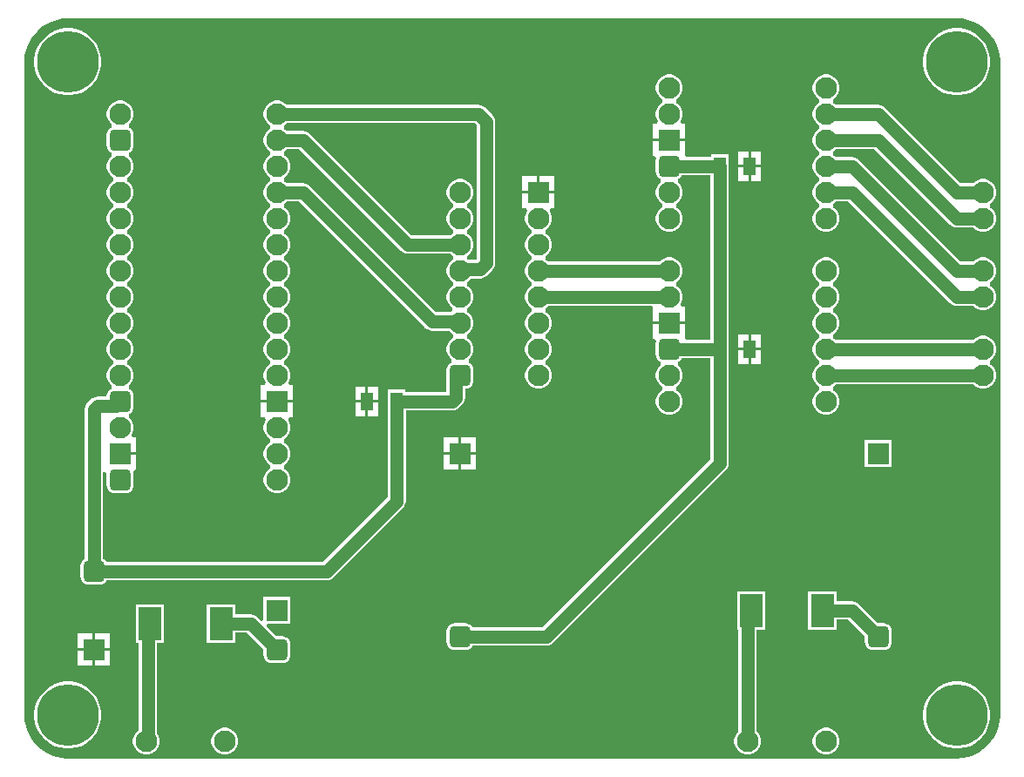
<source format=gbr>
G04*
G04 #@! TF.GenerationSoftware,Altium Limited,Altium Designer,25.3.3 (18)*
G04*
G04 Layer_Physical_Order=1*
G04 Layer_Color=255*
%FSLAX44Y44*%
%MOMM*%
G71*
G04*
G04 #@! TF.SameCoordinates,99CC6AD0-2A63-4927-AC08-F09ED2D19244*
G04*
G04*
G04 #@! TF.FilePolarity,Positive*
G04*
G01*
G75*
%ADD21R,2.2500X3.1800*%
%ADD22R,1.2000X1.8200*%
%ADD23C,1.2700*%
G04:AMPARAMS|DCode=24|XSize=2.1mm|YSize=2.1mm|CornerRadius=0.525mm|HoleSize=0mm|Usage=FLASHONLY|Rotation=180.000|XOffset=0mm|YOffset=0mm|HoleType=Round|Shape=RoundedRectangle|*
%AMROUNDEDRECTD24*
21,1,2.1000,1.0500,0,0,180.0*
21,1,1.0500,2.1000,0,0,180.0*
1,1,1.0500,-0.5250,0.5250*
1,1,1.0500,0.5250,0.5250*
1,1,1.0500,0.5250,-0.5250*
1,1,1.0500,-0.5250,-0.5250*
%
%ADD24ROUNDEDRECTD24*%
%ADD25R,2.1000X2.1000*%
%ADD26C,2.1000*%
%ADD27C,6.0000*%
%ADD28C,1.2700*%
G36*
X914400Y753386D02*
Y753386D01*
X916888Y753260D01*
X919911Y753062D01*
X925328Y751985D01*
X930558Y750209D01*
X935512Y747766D01*
X940104Y744698D01*
X944256Y741056D01*
X947898Y736904D01*
X950966Y732312D01*
X953409Y727358D01*
X955185Y722128D01*
X956262Y716711D01*
X956460Y713688D01*
X956586Y711200D01*
X956586Y708660D01*
X956586Y78740D01*
X956586Y76200D01*
X956460Y73712D01*
X956262Y70689D01*
X955185Y65272D01*
X953409Y60042D01*
X950966Y55088D01*
X947898Y50496D01*
X944256Y46344D01*
X940104Y42702D01*
X935512Y39634D01*
X930558Y37191D01*
X925328Y35415D01*
X919911Y34338D01*
X914588Y33989D01*
X914400Y34014D01*
X50800Y34014D01*
X50800Y34014D01*
Y34014D01*
X48312Y34140D01*
X45289Y34338D01*
X39872Y35415D01*
X34642Y37191D01*
X29688Y39633D01*
X25096Y42702D01*
X20944Y46343D01*
X17302Y50496D01*
X14233Y55088D01*
X11791Y60042D01*
X10015Y65272D01*
X8938Y70689D01*
X8740Y73712D01*
X8614Y76200D01*
X8614D01*
Y711200D01*
X8589Y711388D01*
X8938Y716711D01*
X10015Y722128D01*
X11791Y727358D01*
X14233Y732312D01*
X17302Y736904D01*
X20944Y741056D01*
X25096Y744698D01*
X29688Y747766D01*
X34642Y750209D01*
X39872Y751985D01*
X45289Y753062D01*
X48312Y753260D01*
X50800Y753386D01*
X53340Y753386D01*
X911860Y753386D01*
X914400Y753386D01*
D02*
G37*
%LPC*%
G36*
X916961Y743740D02*
X911839D01*
X906780Y742939D01*
X901909Y741356D01*
X897345Y739031D01*
X893202Y736020D01*
X889580Y732398D01*
X886569Y728255D01*
X884244Y723691D01*
X882661Y718820D01*
X881860Y713761D01*
Y708639D01*
X882661Y703580D01*
X884244Y698709D01*
X886569Y694145D01*
X889580Y690002D01*
X893202Y686380D01*
X897345Y683369D01*
X901909Y681044D01*
X906780Y679461D01*
X911839Y678660D01*
X916961D01*
X922020Y679461D01*
X926891Y681044D01*
X931455Y683369D01*
X935598Y686380D01*
X939220Y690002D01*
X942231Y694145D01*
X944556Y698709D01*
X946139Y703580D01*
X946940Y708639D01*
Y713761D01*
X946139Y718820D01*
X944556Y723691D01*
X942231Y728255D01*
X939220Y732398D01*
X935598Y736020D01*
X931455Y739031D01*
X926891Y741356D01*
X922020Y742939D01*
X916961Y743740D01*
D02*
G37*
G36*
X53361D02*
X48239D01*
X43180Y742939D01*
X38309Y741356D01*
X33745Y739031D01*
X29602Y736020D01*
X25980Y732398D01*
X22969Y728255D01*
X20644Y723691D01*
X19061Y718820D01*
X18260Y713761D01*
Y708639D01*
X19061Y703580D01*
X20644Y698709D01*
X22969Y694145D01*
X25980Y690002D01*
X29602Y686380D01*
X33745Y683369D01*
X38309Y681044D01*
X43180Y679461D01*
X48239Y678660D01*
X53361D01*
X58420Y679461D01*
X63291Y681044D01*
X67855Y683369D01*
X71998Y686380D01*
X75620Y690002D01*
X78631Y694145D01*
X80956Y698709D01*
X82539Y703580D01*
X83340Y708639D01*
Y713761D01*
X82539Y718820D01*
X80956Y723691D01*
X78631Y728255D01*
X75620Y732398D01*
X71998Y736020D01*
X67855Y739031D01*
X63291Y741356D01*
X58420Y742939D01*
X53361Y743740D01*
D02*
G37*
G36*
X636717Y698840D02*
X633283D01*
X629967Y697951D01*
X626993Y696235D01*
X624565Y693807D01*
X622849Y690833D01*
X621960Y687517D01*
Y684083D01*
X622849Y680767D01*
X624565Y677793D01*
X626993Y675365D01*
X628377Y674566D01*
Y671634D01*
X626993Y670835D01*
X624565Y668407D01*
X622849Y665433D01*
X621960Y662117D01*
Y658683D01*
X622849Y655367D01*
X624146Y653120D01*
X623074Y650580D01*
X619420D01*
Y636270D01*
X650580D01*
Y650580D01*
X646926D01*
X645854Y653120D01*
X647151Y655367D01*
X648040Y658683D01*
Y662117D01*
X647151Y665433D01*
X645435Y668407D01*
X643007Y670835D01*
X641623Y671634D01*
Y674566D01*
X643007Y675365D01*
X645435Y677793D01*
X647151Y680767D01*
X648040Y684083D01*
Y687517D01*
X647151Y690833D01*
X645435Y693807D01*
X643007Y696235D01*
X640033Y697951D01*
X636717Y698840D01*
D02*
G37*
G36*
X724180Y623780D02*
X714370D01*
Y610870D01*
X724180D01*
Y623780D01*
D02*
G37*
G36*
X711830D02*
X702020D01*
Y610870D01*
X711830D01*
Y623780D01*
D02*
G37*
G36*
X724180Y608330D02*
X714370D01*
Y595420D01*
X724180D01*
Y608330D01*
D02*
G37*
G36*
X711830D02*
X702020D01*
Y595420D01*
X711830D01*
Y608330D01*
D02*
G37*
G36*
X523580Y599780D02*
X509270D01*
Y585470D01*
X523580D01*
Y599780D01*
D02*
G37*
G36*
X506730D02*
X492420D01*
Y585470D01*
X506730D01*
Y599780D01*
D02*
G37*
G36*
X789117Y698840D02*
X785683D01*
X782367Y697951D01*
X779393Y696235D01*
X776965Y693807D01*
X775249Y690833D01*
X774360Y687517D01*
Y684083D01*
X775249Y680767D01*
X776965Y677793D01*
X779393Y675365D01*
X780777Y674566D01*
Y671634D01*
X779393Y670835D01*
X776965Y668407D01*
X775249Y665433D01*
X774360Y662117D01*
Y658683D01*
X775249Y655367D01*
X776965Y652393D01*
X779393Y649965D01*
X780777Y649166D01*
Y646234D01*
X779393Y645435D01*
X776965Y643007D01*
X775249Y640033D01*
X774360Y636717D01*
Y633283D01*
X775249Y629967D01*
X776965Y626993D01*
X779393Y624565D01*
X780777Y623767D01*
Y620834D01*
X779393Y620035D01*
X776965Y617607D01*
X775249Y614633D01*
X774360Y611317D01*
Y607883D01*
X775249Y604567D01*
X776965Y601593D01*
X779393Y599165D01*
X780777Y598367D01*
Y595434D01*
X779393Y594635D01*
X776965Y592207D01*
X775249Y589233D01*
X774360Y585917D01*
Y582483D01*
X775249Y579167D01*
X776965Y576193D01*
X779393Y573765D01*
X780777Y572966D01*
Y570033D01*
X779393Y569235D01*
X776965Y566807D01*
X775249Y563833D01*
X774360Y560517D01*
Y557083D01*
X775249Y553767D01*
X776965Y550793D01*
X779393Y548365D01*
X782367Y546649D01*
X785683Y545760D01*
X789117D01*
X792433Y546649D01*
X795407Y548365D01*
X797835Y550793D01*
X799551Y553767D01*
X800440Y557083D01*
Y560517D01*
X799551Y563833D01*
X797835Y566807D01*
X795407Y569235D01*
X794023Y570033D01*
Y572966D01*
X795407Y573765D01*
X796875Y575233D01*
X809086D01*
X908060Y476260D01*
X909917Y474835D01*
X912079Y473939D01*
X914400Y473633D01*
X930325D01*
X931793Y472165D01*
X934767Y470449D01*
X938083Y469560D01*
X941517D01*
X944833Y470449D01*
X947807Y472165D01*
X950235Y474593D01*
X951951Y477567D01*
X952840Y480883D01*
Y484317D01*
X951951Y487633D01*
X950235Y490607D01*
X947807Y493035D01*
X946423Y493834D01*
Y496767D01*
X947807Y497565D01*
X950235Y499993D01*
X951951Y502967D01*
X952840Y506283D01*
Y509717D01*
X951951Y513033D01*
X950235Y516007D01*
X947807Y518435D01*
X944833Y520151D01*
X941517Y521040D01*
X938083D01*
X934767Y520151D01*
X931793Y518435D01*
X930325Y516967D01*
X918114D01*
X819140Y615940D01*
X817283Y617365D01*
X815121Y618261D01*
X812800Y618567D01*
X796875D01*
X795407Y620035D01*
X794023Y620834D01*
Y623767D01*
X795407Y624565D01*
X796875Y626033D01*
X834486D01*
X908060Y552460D01*
X909917Y551035D01*
X912079Y550139D01*
X914400Y549833D01*
X930325D01*
X931793Y548365D01*
X934767Y546649D01*
X938083Y545760D01*
X941517D01*
X944833Y546649D01*
X947807Y548365D01*
X950235Y550793D01*
X951951Y553767D01*
X952840Y557083D01*
Y560517D01*
X951951Y563833D01*
X950235Y566807D01*
X947807Y569235D01*
X946423Y570033D01*
Y572966D01*
X947807Y573765D01*
X950235Y576193D01*
X951951Y579167D01*
X952840Y582483D01*
Y585917D01*
X951951Y589233D01*
X950235Y592207D01*
X947807Y594635D01*
X944833Y596351D01*
X941517Y597240D01*
X938083D01*
X934767Y596351D01*
X931793Y594635D01*
X930325Y593167D01*
X918114D01*
X844540Y666740D01*
X842683Y668165D01*
X840521Y669061D01*
X838200Y669367D01*
X796875D01*
X795407Y670835D01*
X794023Y671634D01*
Y674566D01*
X795407Y675365D01*
X797835Y677793D01*
X799551Y680767D01*
X800440Y684083D01*
Y687517D01*
X799551Y690833D01*
X797835Y693807D01*
X795407Y696235D01*
X792433Y697951D01*
X789117Y698840D01*
D02*
G37*
G36*
X523580Y582930D02*
X508000D01*
X492420D01*
Y568620D01*
X496074D01*
X497146Y566080D01*
X495849Y563833D01*
X494960Y560517D01*
Y557083D01*
X495849Y553767D01*
X497565Y550793D01*
X499993Y548365D01*
X501377Y547566D01*
Y544633D01*
X499993Y543835D01*
X497565Y541407D01*
X495849Y538433D01*
X494960Y535117D01*
Y531683D01*
X495849Y528367D01*
X497565Y525393D01*
X499993Y522965D01*
X501377Y522166D01*
Y519234D01*
X499993Y518435D01*
X497565Y516007D01*
X495849Y513033D01*
X494960Y509717D01*
Y506283D01*
X495849Y502967D01*
X497565Y499993D01*
X499993Y497565D01*
X501377Y496767D01*
Y493834D01*
X499993Y493035D01*
X497565Y490607D01*
X495849Y487633D01*
X494960Y484317D01*
Y480883D01*
X495849Y477567D01*
X497565Y474593D01*
X499993Y472165D01*
X501377Y471367D01*
Y468433D01*
X499993Y467635D01*
X497565Y465207D01*
X495849Y462233D01*
X494960Y458917D01*
Y455483D01*
X495849Y452167D01*
X497565Y449193D01*
X499993Y446765D01*
X501377Y445966D01*
Y443033D01*
X499993Y442235D01*
X497565Y439807D01*
X495849Y436833D01*
X494960Y433517D01*
Y430083D01*
X495849Y426767D01*
X497565Y423793D01*
X499993Y421365D01*
X501377Y420566D01*
Y417634D01*
X499993Y416835D01*
X497565Y414407D01*
X495849Y411433D01*
X494960Y408117D01*
Y404683D01*
X495849Y401367D01*
X497565Y398393D01*
X499993Y395965D01*
X502967Y394249D01*
X506283Y393360D01*
X509717D01*
X513033Y394249D01*
X516007Y395965D01*
X518435Y398393D01*
X520151Y401367D01*
X521040Y404683D01*
Y408117D01*
X520151Y411433D01*
X518435Y414407D01*
X516007Y416835D01*
X514623Y417634D01*
Y420566D01*
X516007Y421365D01*
X518435Y423793D01*
X520151Y426767D01*
X521040Y430083D01*
Y433517D01*
X520151Y436833D01*
X518435Y439807D01*
X516007Y442235D01*
X514623Y443033D01*
Y445966D01*
X516007Y446765D01*
X518435Y449193D01*
X520151Y452167D01*
X521040Y455483D01*
Y458917D01*
X520151Y462233D01*
X518435Y465207D01*
X516007Y467635D01*
X514623Y468433D01*
Y471367D01*
X516007Y472165D01*
X517475Y473633D01*
X617233D01*
X619420Y472780D01*
Y458470D01*
X650580D01*
Y472780D01*
X646926D01*
X645854Y475320D01*
X647151Y477567D01*
X648040Y480883D01*
Y484317D01*
X647151Y487633D01*
X645435Y490607D01*
X643007Y493035D01*
X641623Y493834D01*
Y496767D01*
X643007Y497565D01*
X645435Y499993D01*
X647151Y502967D01*
X648040Y506283D01*
Y509717D01*
X647151Y513033D01*
X645435Y516007D01*
X643007Y518435D01*
X640033Y520151D01*
X636717Y521040D01*
X633283D01*
X629967Y520151D01*
X626993Y518435D01*
X625525Y516967D01*
X517475D01*
X516007Y518435D01*
X514623Y519234D01*
Y522166D01*
X516007Y522965D01*
X518435Y525393D01*
X520151Y528367D01*
X521040Y531683D01*
Y535117D01*
X520151Y538433D01*
X518435Y541407D01*
X516007Y543835D01*
X514623Y544633D01*
Y547566D01*
X516007Y548365D01*
X518435Y550793D01*
X520151Y553767D01*
X521040Y557083D01*
Y560517D01*
X520151Y563833D01*
X518854Y566080D01*
X519926Y568620D01*
X523580D01*
Y582930D01*
D02*
G37*
G36*
X650580Y633730D02*
X619420D01*
Y619420D01*
X620462D01*
X622160Y616884D01*
X621893Y614850D01*
Y604350D01*
X622160Y602316D01*
X622946Y600421D01*
X624194Y598794D01*
X625821Y597546D01*
X626481Y597272D01*
X626808Y595588D01*
X626772Y594414D01*
X624565Y592207D01*
X622849Y589233D01*
X621960Y585917D01*
Y582483D01*
X622849Y579167D01*
X624565Y576193D01*
X626993Y573765D01*
X628377Y572966D01*
Y570033D01*
X626993Y569235D01*
X624565Y566807D01*
X622849Y563833D01*
X621960Y560517D01*
Y557083D01*
X622849Y553767D01*
X624565Y550793D01*
X626993Y548365D01*
X629967Y546649D01*
X633283Y545760D01*
X636717D01*
X640033Y546649D01*
X643007Y548365D01*
X645435Y550793D01*
X647151Y553767D01*
X648040Y557083D01*
Y560517D01*
X647151Y563833D01*
X645435Y566807D01*
X643007Y569235D01*
X641623Y570033D01*
Y572966D01*
X643007Y573765D01*
X645435Y576193D01*
X647151Y579167D01*
X648040Y582483D01*
Y585917D01*
X647151Y589233D01*
X645435Y592207D01*
X643227Y594414D01*
X643192Y595588D01*
X643519Y597272D01*
X644179Y597546D01*
X645806Y598794D01*
X647055Y600421D01*
X647142Y600633D01*
X674933D01*
Y440767D01*
X652767D01*
X650580Y441620D01*
Y455930D01*
X619420D01*
Y441620D01*
X620462D01*
X622160Y439084D01*
X621893Y437050D01*
Y426550D01*
X622160Y424516D01*
X622946Y422621D01*
X624194Y420994D01*
X625821Y419745D01*
X626481Y419472D01*
X626808Y417788D01*
X626772Y416614D01*
X624565Y414407D01*
X622849Y411433D01*
X621960Y408117D01*
Y404683D01*
X622849Y401367D01*
X624565Y398393D01*
X626993Y395965D01*
X628377Y395167D01*
Y392234D01*
X626993Y391435D01*
X624565Y389007D01*
X622849Y386033D01*
X621960Y382717D01*
Y379283D01*
X622849Y375967D01*
X624565Y372993D01*
X626993Y370565D01*
X629967Y368849D01*
X633283Y367960D01*
X636717D01*
X640033Y368849D01*
X643007Y370565D01*
X645435Y372993D01*
X647151Y375967D01*
X648040Y379283D01*
Y382717D01*
X647151Y386033D01*
X645435Y389007D01*
X643007Y391435D01*
X641623Y392234D01*
Y395167D01*
X643007Y395965D01*
X645435Y398393D01*
X647151Y401367D01*
X648040Y404683D01*
Y408117D01*
X647151Y411433D01*
X645435Y414407D01*
X643227Y416614D01*
X643192Y417788D01*
X643519Y419472D01*
X644179Y419745D01*
X645806Y420994D01*
X647055Y422621D01*
X647142Y422833D01*
X674933D01*
Y324394D01*
X511906Y161367D01*
X443942D01*
X443854Y161579D01*
X442606Y163206D01*
X440979Y164454D01*
X439084Y165240D01*
X437050Y165507D01*
X426550D01*
X424516Y165240D01*
X422621Y164454D01*
X420994Y163206D01*
X419745Y161579D01*
X418960Y159684D01*
X418693Y157650D01*
Y147150D01*
X418960Y145116D01*
X419745Y143221D01*
X420994Y141594D01*
X422621Y140345D01*
X424516Y139560D01*
X426550Y139293D01*
X437050D01*
X439084Y139560D01*
X440979Y140345D01*
X442606Y141594D01*
X443854Y143221D01*
X443942Y143433D01*
X515620D01*
X517941Y143739D01*
X520103Y144635D01*
X521960Y146060D01*
X690240Y314340D01*
X691665Y316197D01*
X692561Y318359D01*
X692867Y320680D01*
Y431800D01*
Y609600D01*
X692561Y611921D01*
X692440Y612213D01*
Y621240D01*
X675360D01*
Y618567D01*
X652767D01*
X650580Y619420D01*
Y633730D01*
D02*
G37*
G36*
X724180Y445980D02*
X714370D01*
Y433070D01*
X724180D01*
Y445980D01*
D02*
G37*
G36*
X711830D02*
X702020D01*
Y433070D01*
X711830D01*
Y445980D01*
D02*
G37*
G36*
X724180Y430530D02*
X714370D01*
Y417620D01*
X724180D01*
Y430530D01*
D02*
G37*
G36*
X711830D02*
X702020D01*
Y417620D01*
X711830D01*
Y430530D01*
D02*
G37*
G36*
X789117Y521040D02*
X785683D01*
X782367Y520151D01*
X779393Y518435D01*
X776965Y516007D01*
X775249Y513033D01*
X774360Y509717D01*
Y506283D01*
X775249Y502967D01*
X776965Y499993D01*
X779393Y497565D01*
X780777Y496767D01*
Y493834D01*
X779393Y493035D01*
X776965Y490607D01*
X775249Y487633D01*
X774360Y484317D01*
Y480883D01*
X775249Y477567D01*
X776965Y474593D01*
X779393Y472165D01*
X780777Y471367D01*
Y468433D01*
X779393Y467635D01*
X776965Y465207D01*
X775249Y462233D01*
X774360Y458917D01*
Y455483D01*
X775249Y452167D01*
X776965Y449193D01*
X779393Y446765D01*
X780777Y445966D01*
Y443033D01*
X779393Y442235D01*
X776965Y439807D01*
X775249Y436833D01*
X774360Y433517D01*
Y430083D01*
X775249Y426767D01*
X776965Y423793D01*
X779393Y421365D01*
X780777Y420566D01*
Y417634D01*
X779393Y416835D01*
X776965Y414407D01*
X775249Y411433D01*
X774360Y408117D01*
Y404683D01*
X775249Y401367D01*
X776965Y398393D01*
X779393Y395965D01*
X780777Y395167D01*
Y392234D01*
X779393Y391435D01*
X776965Y389007D01*
X775249Y386033D01*
X774360Y382717D01*
Y379283D01*
X775249Y375967D01*
X776965Y372993D01*
X779393Y370565D01*
X782367Y368849D01*
X785683Y367960D01*
X789117D01*
X792433Y368849D01*
X795407Y370565D01*
X797835Y372993D01*
X799551Y375967D01*
X800440Y379283D01*
Y382717D01*
X799551Y386033D01*
X797835Y389007D01*
X795407Y391435D01*
X794023Y392234D01*
Y395167D01*
X795407Y395965D01*
X796875Y397433D01*
X930325D01*
X931793Y395965D01*
X934767Y394249D01*
X938083Y393360D01*
X941517D01*
X944833Y394249D01*
X947807Y395965D01*
X950235Y398393D01*
X951951Y401367D01*
X952840Y404683D01*
Y408117D01*
X951951Y411433D01*
X950235Y414407D01*
X947807Y416835D01*
X946423Y417634D01*
Y420566D01*
X947807Y421365D01*
X950235Y423793D01*
X951951Y426767D01*
X952840Y430083D01*
Y433517D01*
X951951Y436833D01*
X950235Y439807D01*
X947807Y442235D01*
X944833Y443951D01*
X941517Y444840D01*
X938083D01*
X934767Y443951D01*
X931793Y442235D01*
X930325Y440767D01*
X796875D01*
X795407Y442235D01*
X794023Y443033D01*
Y445966D01*
X795407Y446765D01*
X797835Y449193D01*
X799551Y452167D01*
X800440Y455483D01*
Y458917D01*
X799551Y462233D01*
X797835Y465207D01*
X795407Y467635D01*
X794023Y468433D01*
Y471367D01*
X795407Y472165D01*
X797835Y474593D01*
X799551Y477567D01*
X800440Y480883D01*
Y484317D01*
X799551Y487633D01*
X797835Y490607D01*
X795407Y493035D01*
X794023Y493834D01*
Y496767D01*
X795407Y497565D01*
X797835Y499993D01*
X799551Y502967D01*
X800440Y506283D01*
Y509717D01*
X799551Y513033D01*
X797835Y516007D01*
X795407Y518435D01*
X792433Y520151D01*
X789117Y521040D01*
D02*
G37*
G36*
X255717Y673440D02*
X252283D01*
X248967Y672551D01*
X245993Y670835D01*
X243565Y668407D01*
X241849Y665433D01*
X240960Y662117D01*
Y658683D01*
X241849Y655367D01*
X243565Y652393D01*
X245993Y649965D01*
X247377Y649166D01*
Y646234D01*
X245993Y645435D01*
X243565Y643007D01*
X241849Y640033D01*
X240960Y636717D01*
Y633283D01*
X241849Y629967D01*
X243565Y626993D01*
X245993Y624565D01*
X247377Y623767D01*
Y620834D01*
X245993Y620035D01*
X243565Y617607D01*
X241849Y614633D01*
X240960Y611317D01*
Y607883D01*
X241849Y604567D01*
X243565Y601593D01*
X245993Y599165D01*
X247377Y598367D01*
Y595434D01*
X245993Y594635D01*
X243565Y592207D01*
X241849Y589233D01*
X240960Y585917D01*
Y582483D01*
X241849Y579167D01*
X243565Y576193D01*
X245993Y573765D01*
X247377Y572966D01*
Y570033D01*
X245993Y569235D01*
X243565Y566807D01*
X241849Y563833D01*
X240960Y560517D01*
Y557083D01*
X241849Y553767D01*
X243565Y550793D01*
X245993Y548365D01*
X247377Y547566D01*
Y544633D01*
X245993Y543835D01*
X243565Y541407D01*
X241849Y538433D01*
X240960Y535117D01*
Y531683D01*
X241849Y528367D01*
X243565Y525393D01*
X245993Y522965D01*
X247377Y522166D01*
Y519234D01*
X245993Y518435D01*
X243565Y516007D01*
X241849Y513033D01*
X240960Y509717D01*
Y506283D01*
X241849Y502967D01*
X243565Y499993D01*
X245993Y497565D01*
X247377Y496767D01*
Y493834D01*
X245993Y493035D01*
X243565Y490607D01*
X241849Y487633D01*
X240960Y484317D01*
Y480883D01*
X241849Y477567D01*
X243565Y474593D01*
X245993Y472165D01*
X247377Y471367D01*
Y468433D01*
X245993Y467635D01*
X243565Y465207D01*
X241849Y462233D01*
X240960Y458917D01*
Y455483D01*
X241849Y452167D01*
X243565Y449193D01*
X245993Y446765D01*
X247377Y445966D01*
Y443033D01*
X245993Y442235D01*
X243565Y439807D01*
X241849Y436833D01*
X240960Y433517D01*
Y430083D01*
X241849Y426767D01*
X243565Y423793D01*
X245993Y421365D01*
X247377Y420566D01*
Y417634D01*
X245993Y416835D01*
X243565Y414407D01*
X241849Y411433D01*
X240960Y408117D01*
Y404683D01*
X241849Y401367D01*
X243146Y399120D01*
X242074Y396580D01*
X238420D01*
Y382270D01*
X269580D01*
Y396580D01*
X265926D01*
X264854Y399120D01*
X266151Y401367D01*
X267040Y404683D01*
Y408117D01*
X266151Y411433D01*
X264435Y414407D01*
X262007Y416835D01*
X260623Y417634D01*
Y420566D01*
X262007Y421365D01*
X264435Y423793D01*
X266151Y426767D01*
X267040Y430083D01*
Y433517D01*
X266151Y436833D01*
X264435Y439807D01*
X262007Y442235D01*
X260623Y443033D01*
Y445966D01*
X262007Y446765D01*
X264435Y449193D01*
X266151Y452167D01*
X267040Y455483D01*
Y458917D01*
X266151Y462233D01*
X264435Y465207D01*
X262007Y467635D01*
X260623Y468433D01*
Y471367D01*
X262007Y472165D01*
X264435Y474593D01*
X266151Y477567D01*
X267040Y480883D01*
Y484317D01*
X266151Y487633D01*
X264435Y490607D01*
X262007Y493035D01*
X260623Y493834D01*
Y496767D01*
X262007Y497565D01*
X264435Y499993D01*
X266151Y502967D01*
X267040Y506283D01*
Y509717D01*
X266151Y513033D01*
X264435Y516007D01*
X262007Y518435D01*
X260623Y519234D01*
Y522166D01*
X262007Y522965D01*
X264435Y525393D01*
X266151Y528367D01*
X267040Y531683D01*
Y535117D01*
X266151Y538433D01*
X264435Y541407D01*
X262007Y543835D01*
X260623Y544633D01*
Y547566D01*
X262007Y548365D01*
X264435Y550793D01*
X266151Y553767D01*
X267040Y557083D01*
Y560517D01*
X266151Y563833D01*
X264435Y566807D01*
X262007Y569235D01*
X260623Y570033D01*
Y572966D01*
X262007Y573765D01*
X263475Y575233D01*
X275686D01*
X398471Y452448D01*
X398471Y452448D01*
X400328Y451023D01*
X402491Y450127D01*
X404812Y449821D01*
X404812Y449821D01*
X421003D01*
X421365Y449193D01*
X423793Y446765D01*
X425177Y445966D01*
Y443033D01*
X423793Y442235D01*
X421365Y439807D01*
X419649Y436833D01*
X418760Y433517D01*
Y430083D01*
X419649Y426767D01*
X421365Y423793D01*
X423573Y421586D01*
X423608Y420412D01*
X423281Y418728D01*
X422621Y418455D01*
X420994Y417206D01*
X419745Y415579D01*
X418960Y413684D01*
X418693Y411650D01*
Y402322D01*
X418683Y402250D01*
Y389967D01*
X378740D01*
Y392640D01*
X361660D01*
Y383613D01*
X361539Y383321D01*
X361233Y381000D01*
Y287554D01*
X298546Y224867D01*
X88342D01*
X88254Y225079D01*
X87006Y226706D01*
X85379Y227955D01*
X85167Y228042D01*
Y312433D01*
X85278Y312719D01*
X86494Y312852D01*
X88564Y310594D01*
X88493Y310050D01*
Y299550D01*
X88760Y297516D01*
X89545Y295621D01*
X90794Y293994D01*
X92421Y292745D01*
X94316Y291961D01*
X96350Y291693D01*
X106850D01*
X108884Y291961D01*
X110779Y292745D01*
X112406Y293994D01*
X113654Y295621D01*
X114439Y297516D01*
X114707Y299550D01*
Y310050D01*
X114439Y312084D01*
X116138Y314620D01*
X117180D01*
Y328930D01*
X101600D01*
Y331470D01*
X117180D01*
Y345780D01*
X113526D01*
X112454Y348320D01*
X113751Y350567D01*
X114640Y353883D01*
Y357317D01*
X113751Y360633D01*
X112035Y363607D01*
X109827Y365814D01*
X109792Y366988D01*
X110119Y368672D01*
X110779Y368946D01*
X112406Y370194D01*
X113654Y371821D01*
X114439Y373716D01*
X114707Y375750D01*
Y386250D01*
X114439Y388284D01*
X113654Y390179D01*
X112406Y391806D01*
X110779Y393055D01*
X110119Y393328D01*
X109792Y395012D01*
X109827Y396186D01*
X112035Y398393D01*
X113751Y401367D01*
X114640Y404683D01*
Y408117D01*
X113751Y411433D01*
X112035Y414407D01*
X109607Y416835D01*
X108223Y417634D01*
Y420566D01*
X109607Y421365D01*
X112035Y423793D01*
X113751Y426767D01*
X114640Y430083D01*
Y433517D01*
X113751Y436833D01*
X112035Y439807D01*
X109607Y442235D01*
X108223Y443033D01*
Y445966D01*
X109607Y446765D01*
X112035Y449193D01*
X113751Y452167D01*
X114640Y455483D01*
Y458917D01*
X113751Y462233D01*
X112035Y465207D01*
X109607Y467635D01*
X108223Y468433D01*
Y471367D01*
X109607Y472165D01*
X112035Y474593D01*
X113751Y477567D01*
X114640Y480883D01*
Y484317D01*
X113751Y487633D01*
X112035Y490607D01*
X109607Y493035D01*
X108223Y493834D01*
Y496767D01*
X109607Y497565D01*
X112035Y499993D01*
X113751Y502967D01*
X114640Y506283D01*
Y509717D01*
X113751Y513033D01*
X112035Y516007D01*
X109607Y518435D01*
X108223Y519234D01*
Y522166D01*
X109607Y522965D01*
X112035Y525393D01*
X113751Y528367D01*
X114640Y531683D01*
Y535117D01*
X113751Y538433D01*
X112035Y541407D01*
X109607Y543835D01*
X108223Y544633D01*
Y547566D01*
X109607Y548365D01*
X112035Y550793D01*
X113751Y553767D01*
X114640Y557083D01*
Y560517D01*
X113751Y563833D01*
X112035Y566807D01*
X109607Y569235D01*
X108223Y570033D01*
Y572966D01*
X109607Y573765D01*
X112035Y576193D01*
X113751Y579167D01*
X114640Y582483D01*
Y585917D01*
X113751Y589233D01*
X112035Y592207D01*
X109607Y594635D01*
X108223Y595434D01*
Y598367D01*
X109607Y599165D01*
X112035Y601593D01*
X113751Y604567D01*
X114640Y607883D01*
Y611317D01*
X113751Y614633D01*
X112035Y617607D01*
X109827Y619814D01*
X109792Y620988D01*
X110119Y622672D01*
X110779Y622946D01*
X112406Y624194D01*
X113654Y625821D01*
X114439Y627716D01*
X114707Y629750D01*
Y640250D01*
X114439Y642284D01*
X113654Y644179D01*
X112406Y645806D01*
X110779Y647055D01*
X110119Y647328D01*
X109792Y649012D01*
X109827Y650186D01*
X112035Y652393D01*
X113751Y655367D01*
X114640Y658683D01*
Y662117D01*
X113751Y665433D01*
X112035Y668407D01*
X109607Y670835D01*
X106633Y672551D01*
X103317Y673440D01*
X99883D01*
X96567Y672551D01*
X93593Y670835D01*
X91165Y668407D01*
X89449Y665433D01*
X88560Y662117D01*
Y658683D01*
X89449Y655367D01*
X91165Y652393D01*
X93372Y650186D01*
X93408Y649012D01*
X93081Y647328D01*
X92421Y647055D01*
X90794Y645806D01*
X89545Y644179D01*
X88760Y642284D01*
X88493Y640250D01*
Y629750D01*
X88760Y627716D01*
X89545Y625821D01*
X90794Y624194D01*
X92421Y622946D01*
X93081Y622672D01*
X93408Y620988D01*
X93372Y619814D01*
X91165Y617607D01*
X89449Y614633D01*
X88560Y611317D01*
Y607883D01*
X89449Y604567D01*
X91165Y601593D01*
X93593Y599165D01*
X94977Y598367D01*
Y595434D01*
X93593Y594635D01*
X91165Y592207D01*
X89449Y589233D01*
X88560Y585917D01*
Y582483D01*
X89449Y579167D01*
X91165Y576193D01*
X93593Y573765D01*
X94977Y572966D01*
Y570033D01*
X93593Y569235D01*
X91165Y566807D01*
X89449Y563833D01*
X88560Y560517D01*
Y557083D01*
X89449Y553767D01*
X91165Y550793D01*
X93593Y548365D01*
X94977Y547566D01*
Y544633D01*
X93593Y543835D01*
X91165Y541407D01*
X89449Y538433D01*
X88560Y535117D01*
Y531683D01*
X89449Y528367D01*
X91165Y525393D01*
X93593Y522965D01*
X94977Y522166D01*
Y519234D01*
X93593Y518435D01*
X91165Y516007D01*
X89449Y513033D01*
X88560Y509717D01*
Y506283D01*
X89449Y502967D01*
X91165Y499993D01*
X93593Y497565D01*
X94977Y496767D01*
Y493834D01*
X93593Y493035D01*
X91165Y490607D01*
X89449Y487633D01*
X88560Y484317D01*
Y480883D01*
X89449Y477567D01*
X91165Y474593D01*
X93593Y472165D01*
X94977Y471367D01*
Y468433D01*
X93593Y467635D01*
X91165Y465207D01*
X89449Y462233D01*
X88560Y458917D01*
Y455483D01*
X89449Y452167D01*
X91165Y449193D01*
X93593Y446765D01*
X94977Y445966D01*
Y443033D01*
X93593Y442235D01*
X91165Y439807D01*
X89449Y436833D01*
X88560Y433517D01*
Y430083D01*
X89449Y426767D01*
X91165Y423793D01*
X93593Y421365D01*
X94977Y420566D01*
Y417634D01*
X93593Y416835D01*
X91165Y414407D01*
X89449Y411433D01*
X88560Y408117D01*
Y404683D01*
X89449Y401367D01*
X91165Y398393D01*
X93372Y396186D01*
X93408Y395012D01*
X93081Y393328D01*
X92421Y393055D01*
X90794Y391806D01*
X89545Y390179D01*
X88760Y388284D01*
X88493Y386250D01*
Y385817D01*
X79489D01*
X77169Y385511D01*
X75006Y384615D01*
X73149Y383190D01*
X69860Y379901D01*
X68435Y378044D01*
X67539Y375881D01*
X67233Y373560D01*
Y228042D01*
X67021Y227955D01*
X65394Y226706D01*
X64145Y225079D01*
X63361Y223184D01*
X63093Y221150D01*
Y210650D01*
X63361Y208616D01*
X64145Y206721D01*
X65394Y205094D01*
X67021Y203846D01*
X68916Y203060D01*
X70950Y202793D01*
X81450D01*
X83484Y203060D01*
X85379Y203846D01*
X87006Y205094D01*
X88254Y206721D01*
X88342Y206933D01*
X302260D01*
X304581Y207239D01*
X306743Y208135D01*
X308600Y209560D01*
X376540Y277500D01*
X377965Y279357D01*
X378861Y281519D01*
X379167Y283840D01*
Y372033D01*
X424361D01*
X426681Y372339D01*
X428844Y373235D01*
X430701Y374660D01*
X433990Y377949D01*
X435415Y379806D01*
X436311Y381969D01*
X436617Y384290D01*
Y393293D01*
X437050D01*
X439084Y393560D01*
X440979Y394346D01*
X442606Y395594D01*
X443854Y397221D01*
X444640Y399116D01*
X444907Y401150D01*
Y411650D01*
X444640Y413684D01*
X443854Y415579D01*
X442606Y417206D01*
X440979Y418455D01*
X440319Y418728D01*
X439992Y420412D01*
X440028Y421586D01*
X442235Y423793D01*
X443951Y426767D01*
X444840Y430083D01*
Y433517D01*
X443951Y436833D01*
X442235Y439807D01*
X439807Y442235D01*
X438423Y443033D01*
Y445966D01*
X439807Y446765D01*
X442235Y449193D01*
X443951Y452167D01*
X444840Y455483D01*
Y458917D01*
X443951Y462233D01*
X442235Y465207D01*
X439807Y467635D01*
X438423Y468433D01*
Y471367D01*
X439807Y472165D01*
X442235Y474593D01*
X443951Y477567D01*
X444840Y480883D01*
Y484317D01*
X443951Y487633D01*
X442235Y490607D01*
X439807Y493035D01*
X438423Y493834D01*
Y496767D01*
X439807Y497565D01*
X442235Y499993D01*
X442597Y500621D01*
X451349D01*
X453669Y500927D01*
X455832Y501823D01*
X457689Y503248D01*
X463540Y509099D01*
X464965Y510956D01*
X465861Y513119D01*
X466167Y515439D01*
Y652961D01*
X465861Y655281D01*
X464965Y657444D01*
X463540Y659301D01*
X456101Y666740D01*
X454244Y668165D01*
X452081Y669061D01*
X449761Y669367D01*
X263475D01*
X262007Y670835D01*
X259033Y672551D01*
X255717Y673440D01*
D02*
G37*
G36*
X352080Y395180D02*
X342270D01*
Y382270D01*
X352080D01*
Y395180D01*
D02*
G37*
G36*
X339730D02*
X329920D01*
Y382270D01*
X339730D01*
Y395180D01*
D02*
G37*
G36*
X352080Y379730D02*
X342270D01*
Y366820D01*
X352080D01*
Y379730D01*
D02*
G37*
G36*
X339730D02*
X329920D01*
Y366820D01*
X339730D01*
Y379730D01*
D02*
G37*
G36*
X447380Y345780D02*
X433070D01*
Y331470D01*
X447380D01*
Y345780D01*
D02*
G37*
G36*
X430530D02*
X416220D01*
Y331470D01*
X430530D01*
Y345780D01*
D02*
G37*
G36*
X851240Y343240D02*
X825160D01*
Y317160D01*
X851240D01*
Y343240D01*
D02*
G37*
G36*
X447380Y328930D02*
X433070D01*
Y314620D01*
X447380D01*
Y328930D01*
D02*
G37*
G36*
X430530D02*
X416220D01*
Y314620D01*
X430530D01*
Y328930D01*
D02*
G37*
G36*
X269580Y379730D02*
X238420D01*
Y365420D01*
X242074D01*
X243146Y362880D01*
X241849Y360633D01*
X240960Y357317D01*
Y353883D01*
X241849Y350567D01*
X243565Y347593D01*
X245993Y345165D01*
X247377Y344366D01*
Y341433D01*
X245993Y340635D01*
X243565Y338207D01*
X241849Y335233D01*
X240960Y331917D01*
Y328483D01*
X241849Y325167D01*
X243565Y322193D01*
X245993Y319765D01*
X247377Y318967D01*
Y316033D01*
X245993Y315235D01*
X243565Y312807D01*
X241849Y309833D01*
X240960Y306517D01*
Y303083D01*
X241849Y299767D01*
X243565Y296793D01*
X245993Y294365D01*
X248967Y292649D01*
X252283Y291760D01*
X255717D01*
X259033Y292649D01*
X262007Y294365D01*
X264435Y296793D01*
X266151Y299767D01*
X267040Y303083D01*
Y306517D01*
X266151Y309833D01*
X264435Y312807D01*
X262007Y315235D01*
X260623Y316033D01*
Y318967D01*
X262007Y319765D01*
X264435Y322193D01*
X266151Y325167D01*
X267040Y328483D01*
Y331917D01*
X266151Y335233D01*
X264435Y338207D01*
X262007Y340635D01*
X260623Y341433D01*
Y344366D01*
X262007Y345165D01*
X264435Y347593D01*
X266151Y350567D01*
X267040Y353883D01*
Y357317D01*
X266151Y360633D01*
X264854Y362880D01*
X265926Y365420D01*
X269580D01*
Y379730D01*
D02*
G37*
G36*
X267040Y190840D02*
X240960D01*
Y168739D01*
X238613Y167768D01*
X234940Y171440D01*
X233083Y172865D01*
X230921Y173761D01*
X228600Y174067D01*
X213440D01*
Y183540D01*
X185860D01*
Y146660D01*
X213440D01*
Y156133D01*
X224886D01*
X240893Y140126D01*
Y134450D01*
X241161Y132416D01*
X241945Y130521D01*
X243194Y128894D01*
X244821Y127646D01*
X246716Y126861D01*
X248750Y126593D01*
X259250D01*
X261284Y126861D01*
X263179Y127646D01*
X264806Y128894D01*
X266054Y130521D01*
X266840Y132416D01*
X267107Y134450D01*
Y144950D01*
X266840Y146984D01*
X266054Y148879D01*
X264806Y150506D01*
X263179Y151755D01*
X261284Y152540D01*
X259250Y152807D01*
X253574D01*
X243967Y162413D01*
X244939Y164760D01*
X267040D01*
Y190840D01*
D02*
G37*
G36*
X91780Y155280D02*
X77470D01*
Y140970D01*
X91780D01*
Y155280D01*
D02*
G37*
G36*
X74930D02*
X60620D01*
Y140970D01*
X74930D01*
Y155280D01*
D02*
G37*
G36*
X797640Y196240D02*
X770060D01*
Y159360D01*
X797640D01*
Y168833D01*
X809086D01*
X825093Y152826D01*
Y147150D01*
X825360Y145116D01*
X826145Y143221D01*
X827394Y141594D01*
X829021Y140345D01*
X830916Y139560D01*
X832950Y139293D01*
X843450D01*
X845484Y139560D01*
X847379Y140345D01*
X849006Y141594D01*
X850255Y143221D01*
X851040Y145116D01*
X851307Y147150D01*
Y157650D01*
X851040Y159684D01*
X850255Y161579D01*
X849006Y163206D01*
X847379Y164454D01*
X845484Y165240D01*
X843450Y165507D01*
X837774D01*
X819140Y184140D01*
X817283Y185565D01*
X815121Y186461D01*
X812800Y186767D01*
X797640D01*
Y196240D01*
D02*
G37*
G36*
X91780Y138430D02*
X77470D01*
Y124120D01*
X91780D01*
Y138430D01*
D02*
G37*
G36*
X74930D02*
X60620D01*
Y124120D01*
X74930D01*
Y138430D01*
D02*
G37*
G36*
X916961Y108740D02*
X911839D01*
X906780Y107939D01*
X901909Y106356D01*
X897345Y104031D01*
X893202Y101020D01*
X889580Y97398D01*
X886569Y93255D01*
X884244Y88691D01*
X882661Y83820D01*
X881860Y78761D01*
Y73639D01*
X882661Y68580D01*
X884244Y63709D01*
X886569Y59145D01*
X889580Y55002D01*
X893202Y51380D01*
X897345Y48369D01*
X901909Y46044D01*
X906780Y44461D01*
X911839Y43660D01*
X916961D01*
X922020Y44461D01*
X926891Y46044D01*
X931455Y48369D01*
X935598Y51380D01*
X939220Y55002D01*
X942231Y59145D01*
X944556Y63709D01*
X946139Y68580D01*
X946940Y73639D01*
Y78761D01*
X946139Y83820D01*
X944556Y88691D01*
X942231Y93255D01*
X939220Y97398D01*
X935598Y101020D01*
X931455Y104031D01*
X926891Y106356D01*
X922020Y107939D01*
X916961Y108740D01*
D02*
G37*
G36*
X53361D02*
X48239D01*
X43180Y107939D01*
X38309Y106356D01*
X33745Y104031D01*
X29602Y101020D01*
X25980Y97398D01*
X22969Y93255D01*
X20644Y88691D01*
X19061Y83820D01*
X18260Y78761D01*
Y73639D01*
X19061Y68580D01*
X20644Y63709D01*
X22969Y59145D01*
X25980Y55002D01*
X29602Y51380D01*
X33745Y48369D01*
X38309Y46044D01*
X43180Y44461D01*
X48239Y43660D01*
X53361D01*
X58420Y44461D01*
X63291Y46044D01*
X67855Y48369D01*
X71998Y51380D01*
X75620Y55002D01*
X78631Y59145D01*
X80956Y63709D01*
X82539Y68580D01*
X83340Y73639D01*
Y78761D01*
X82539Y83820D01*
X80956Y88691D01*
X78631Y93255D01*
X75620Y97398D01*
X71998Y101020D01*
X67855Y104031D01*
X63291Y106356D01*
X58420Y107939D01*
X53361Y108740D01*
D02*
G37*
G36*
X789117Y63840D02*
X785683D01*
X782367Y62951D01*
X779393Y61235D01*
X776965Y58807D01*
X775249Y55833D01*
X774360Y52517D01*
Y49083D01*
X775249Y45767D01*
X776965Y42793D01*
X779393Y40365D01*
X782367Y38649D01*
X785683Y37760D01*
X789117D01*
X792433Y38649D01*
X795407Y40365D01*
X797835Y42793D01*
X799551Y45767D01*
X800440Y49083D01*
Y52517D01*
X799551Y55833D01*
X797835Y58807D01*
X795407Y61235D01*
X792433Y62951D01*
X789117Y63840D01*
D02*
G37*
G36*
X728540Y196240D02*
X700960D01*
Y159360D01*
X702233D01*
Y60275D01*
X700765Y58807D01*
X699049Y55833D01*
X698160Y52517D01*
Y49083D01*
X699049Y45767D01*
X700765Y42793D01*
X703193Y40365D01*
X706167Y38649D01*
X709483Y37760D01*
X712917D01*
X716233Y38649D01*
X719207Y40365D01*
X721635Y42793D01*
X723351Y45767D01*
X724240Y49083D01*
Y52517D01*
X723351Y55833D01*
X721635Y58807D01*
X720167Y60275D01*
Y159360D01*
X728540D01*
Y196240D01*
D02*
G37*
G36*
X204917Y63840D02*
X201483D01*
X198167Y62951D01*
X195193Y61235D01*
X192765Y58807D01*
X191049Y55833D01*
X190160Y52517D01*
Y49083D01*
X191049Y45767D01*
X192765Y42793D01*
X195193Y40365D01*
X198167Y38649D01*
X201483Y37760D01*
X204917D01*
X208233Y38649D01*
X211207Y40365D01*
X213635Y42793D01*
X215351Y45767D01*
X216240Y49083D01*
Y52517D01*
X215351Y55833D01*
X213635Y58807D01*
X211207Y61235D01*
X208233Y62951D01*
X204917Y63840D01*
D02*
G37*
G36*
X144340Y183540D02*
X116760D01*
Y146660D01*
X119621D01*
Y61597D01*
X118993Y61235D01*
X116565Y58807D01*
X114849Y55833D01*
X113960Y52517D01*
Y49083D01*
X114849Y45767D01*
X116565Y42793D01*
X118993Y40365D01*
X121967Y38649D01*
X125283Y37760D01*
X128717D01*
X132033Y38649D01*
X135007Y40365D01*
X137435Y42793D01*
X139151Y45767D01*
X140040Y49083D01*
Y52517D01*
X139151Y55833D01*
X137555Y58598D01*
Y146660D01*
X144340D01*
Y183540D01*
D02*
G37*
%LPD*%
G36*
X448233Y649246D02*
Y519154D01*
X447635Y518555D01*
X439599D01*
X438423Y519234D01*
Y522166D01*
X439807Y522965D01*
X442235Y525393D01*
X443951Y528367D01*
X444840Y531683D01*
Y535117D01*
X443951Y538433D01*
X442235Y541407D01*
X439807Y543835D01*
X438423Y544633D01*
Y547566D01*
X439807Y548365D01*
X442235Y550793D01*
X443951Y553767D01*
X444840Y557083D01*
Y560517D01*
X443951Y563833D01*
X442235Y566807D01*
X439807Y569235D01*
X438423Y570033D01*
Y572966D01*
X439807Y573765D01*
X442235Y576193D01*
X443951Y579167D01*
X444840Y582483D01*
Y585917D01*
X443951Y589233D01*
X442235Y592207D01*
X439807Y594635D01*
X436833Y596351D01*
X433517Y597240D01*
X430083D01*
X426767Y596351D01*
X423793Y594635D01*
X421365Y592207D01*
X419649Y589233D01*
X418760Y585917D01*
Y582483D01*
X419649Y579167D01*
X421365Y576193D01*
X423793Y573765D01*
X425177Y572966D01*
Y570033D01*
X423793Y569235D01*
X421365Y566807D01*
X419649Y563833D01*
X418760Y560517D01*
Y557083D01*
X419649Y553767D01*
X421365Y550793D01*
X423793Y548365D01*
X425177Y547566D01*
Y544633D01*
X423793Y543835D01*
X422325Y542367D01*
X384714D01*
X285740Y641340D01*
X283883Y642765D01*
X281721Y643661D01*
X279400Y643967D01*
X263475D01*
X262007Y645435D01*
X260623Y646234D01*
Y649166D01*
X262007Y649965D01*
X263475Y651433D01*
X446046D01*
X448233Y649246D01*
D02*
G37*
G36*
X374660Y527060D02*
X376517Y525635D01*
X378679Y524739D01*
X381000Y524433D01*
X422325D01*
X423793Y522965D01*
X425177Y522166D01*
Y519234D01*
X423793Y518435D01*
X421365Y516007D01*
X419649Y513033D01*
X418760Y509717D01*
Y506283D01*
X419649Y502967D01*
X421365Y499993D01*
X423793Y497565D01*
X425177Y496767D01*
Y493834D01*
X423793Y493035D01*
X421365Y490607D01*
X419649Y487633D01*
X418760Y484317D01*
Y480883D01*
X419649Y477567D01*
X421365Y474593D01*
X423793Y472165D01*
X424179Y471943D01*
X424400Y469102D01*
X422918Y467755D01*
X408526D01*
X285740Y590540D01*
X283883Y591965D01*
X281721Y592861D01*
X279400Y593167D01*
X263475D01*
X262007Y594635D01*
X260623Y595434D01*
Y598367D01*
X262007Y599165D01*
X264435Y601593D01*
X266151Y604567D01*
X267040Y607883D01*
Y611317D01*
X266151Y614633D01*
X264435Y617607D01*
X262007Y620035D01*
X260623Y620834D01*
Y623767D01*
X262007Y624565D01*
X263475Y626033D01*
X275686D01*
X374660Y527060D01*
D02*
G37*
D21*
X199650Y165100D02*
D03*
X130550D02*
D03*
X783850Y177800D02*
D03*
X714750D02*
D03*
D22*
X370200Y381000D02*
D03*
X341000D02*
D03*
X713100Y431800D02*
D03*
X683900D02*
D03*
Y609600D02*
D03*
X713100D02*
D03*
D23*
X718300Y173150D02*
Y177800D01*
X914400Y482600D02*
X939800D01*
X914400Y508000D02*
X939800D01*
X914400Y558800D02*
X939800D01*
X914400Y584200D02*
X939800D01*
X838200Y660400D02*
X914400Y584200D01*
X838200Y635000D02*
X914400Y558800D01*
X812800Y609600D02*
X914400Y508000D01*
X812800Y584200D02*
X914400Y482600D01*
X787400Y584200D02*
X812800D01*
X787400Y609600D02*
X812800D01*
X508000Y482600D02*
X635000D01*
X508000Y508000D02*
X635000D01*
X451349Y509588D02*
X457200Y515439D01*
X431800Y508000D02*
X433388Y509588D01*
X451349D01*
X457200Y515439D02*
Y652961D01*
X76200Y215900D02*
X302260D01*
X370200Y283840D01*
Y381000D01*
X427650Y402250D02*
X431800Y406400D01*
X427650Y384290D02*
Y402250D01*
X424361Y381000D02*
X427650Y384290D01*
X370200Y381000D02*
X424361D01*
X79489Y376850D02*
X97450D01*
X101600Y381000D01*
X449761Y660400D02*
X457200Y652961D01*
X254000Y660400D02*
X449761D01*
X381000Y533400D02*
X431800D01*
X279400Y635000D02*
X381000Y533400D01*
X254000Y635000D02*
X279400D01*
X430212Y458788D02*
X431800Y457200D01*
X404812Y458788D02*
X430212D01*
X279400Y584200D02*
X404812Y458788D01*
X254000Y584200D02*
X279400D01*
X683900Y431800D02*
Y609600D01*
Y320680D02*
Y431800D01*
X515620Y152400D02*
X683900Y320680D01*
X431800Y152400D02*
X515620D01*
X76200Y373560D02*
X79489Y376850D01*
X76200Y215900D02*
Y373560D01*
X711200Y166050D02*
X718300Y173150D01*
X711200Y50800D02*
Y166050D01*
X128588Y163138D02*
X130550Y165100D01*
X128588Y52388D02*
Y163138D01*
X127000Y50800D02*
X128588Y52388D01*
X228600Y165100D02*
X254000Y139700D01*
X199650Y165100D02*
X228600D01*
X787400Y177800D02*
X812800D01*
X838200Y152400D01*
X635000Y609600D02*
X683900D01*
X635000Y431800D02*
X683900D01*
X787400Y406400D02*
X939800D01*
X787400Y431800D02*
X939800D01*
X787400Y635000D02*
X838200D01*
X787400Y660400D02*
X838200D01*
D24*
X431800Y152400D02*
D03*
X838200D02*
D03*
X254000Y139700D02*
D03*
X76200Y215900D02*
D03*
X101600Y635000D02*
D03*
Y381000D02*
D03*
Y304800D02*
D03*
X431800Y406400D02*
D03*
X635000Y431800D02*
D03*
Y609600D02*
D03*
D25*
X431800Y330200D02*
D03*
X838200D02*
D03*
X254000Y177800D02*
D03*
X76200Y139700D02*
D03*
X254000Y381000D02*
D03*
X101600Y330200D02*
D03*
X508000Y584200D02*
D03*
X635000Y457200D02*
D03*
Y635000D02*
D03*
D26*
X254000Y660400D02*
D03*
Y635000D02*
D03*
Y609600D02*
D03*
Y584200D02*
D03*
Y558800D02*
D03*
Y533400D02*
D03*
Y508000D02*
D03*
Y482600D02*
D03*
Y457200D02*
D03*
Y431800D02*
D03*
Y406400D02*
D03*
Y355600D02*
D03*
Y330200D02*
D03*
Y304800D02*
D03*
X101600Y660400D02*
D03*
Y609600D02*
D03*
Y584200D02*
D03*
Y558800D02*
D03*
Y533400D02*
D03*
Y508000D02*
D03*
Y482600D02*
D03*
Y457200D02*
D03*
Y431800D02*
D03*
Y406400D02*
D03*
Y355600D02*
D03*
X508000Y558800D02*
D03*
Y533400D02*
D03*
Y508000D02*
D03*
Y482600D02*
D03*
Y457200D02*
D03*
Y431800D02*
D03*
Y406400D02*
D03*
X431800Y584200D02*
D03*
Y558800D02*
D03*
Y533400D02*
D03*
Y508000D02*
D03*
Y482600D02*
D03*
Y457200D02*
D03*
Y431800D02*
D03*
X787400Y508000D02*
D03*
Y482600D02*
D03*
Y457200D02*
D03*
Y431800D02*
D03*
Y406400D02*
D03*
Y381000D02*
D03*
X635000Y508000D02*
D03*
Y482600D02*
D03*
Y406400D02*
D03*
Y381000D02*
D03*
X787400Y685800D02*
D03*
Y660400D02*
D03*
Y635000D02*
D03*
Y609600D02*
D03*
Y584200D02*
D03*
Y558800D02*
D03*
X635000Y685800D02*
D03*
Y660400D02*
D03*
Y584200D02*
D03*
Y558800D02*
D03*
X203200Y50800D02*
D03*
X127000D02*
D03*
X939800Y406400D02*
D03*
Y431800D02*
D03*
X787400Y50800D02*
D03*
X711200D02*
D03*
X939800Y482600D02*
D03*
Y508000D02*
D03*
Y558800D02*
D03*
Y584200D02*
D03*
D27*
X914400Y76200D02*
D03*
Y711200D02*
D03*
X50800D02*
D03*
Y76200D02*
D03*
D28*
X812800Y508000D02*
D03*
Y304800D02*
D03*
X863600Y203200D02*
D03*
X812800Y101600D02*
D03*
X762000Y609600D02*
D03*
X711200Y508000D02*
D03*
X762000Y406400D02*
D03*
X711200Y304800D02*
D03*
X762000Y203200D02*
D03*
X660400Y406400D02*
D03*
X609600Y304800D02*
D03*
X660400Y203200D02*
D03*
X609600Y101600D02*
D03*
X508000Y304800D02*
D03*
Y101600D02*
D03*
X406400Y508000D02*
D03*
Y304800D02*
D03*
X457200Y203200D02*
D03*
X406400Y101600D02*
D03*
X355600Y609600D02*
D03*
X304800Y508000D02*
D03*
X355600Y406400D02*
D03*
X304800Y304800D02*
D03*
X355600Y203200D02*
D03*
X304800Y101600D02*
D03*
X203200Y508000D02*
D03*
Y304800D02*
D03*
X152400Y609600D02*
D03*
Y406400D02*
D03*
X101600Y101600D02*
D03*
M02*

</source>
